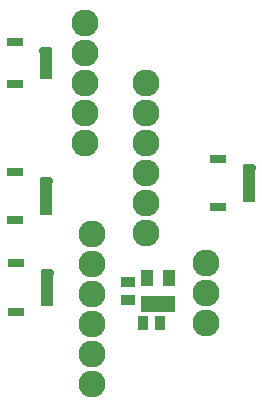
<source format=gbr>
G04 #@! TF.GenerationSoftware,KiCad,Pcbnew,(5.1.6)-1*
G04 #@! TF.CreationDate,2020-08-30T21:35:49+02:00*
G04 #@! TF.ProjectId,Freude_BreakoutBoard,46726575-6465-45f4-9272-65616b6f7574,rev?*
G04 #@! TF.SameCoordinates,Original*
G04 #@! TF.FileFunction,Soldermask,Top*
G04 #@! TF.FilePolarity,Negative*
%FSLAX46Y46*%
G04 Gerber Fmt 4.6, Leading zero omitted, Abs format (unit mm)*
G04 Created by KiCad (PCBNEW (5.1.6)-1) date 2020-08-30 21:35:49*
%MOMM*%
%LPD*%
G01*
G04 APERTURE LIST*
%ADD10R,1.100000X0.700000*%
%ADD11R,1.400000X0.700000*%
%ADD12R,0.900000X1.300000*%
%ADD13R,1.300000X0.900000*%
%ADD14C,2.279600*%
%ADD15R,1.050000X1.460000*%
G04 APERTURE END LIST*
G36*
G01*
X168395000Y-79030000D02*
X169145000Y-79030000D01*
G75*
G02*
X169320000Y-79205000I0J-175000D01*
G01*
X169320000Y-79555000D01*
G75*
G02*
X169145000Y-79730000I-175000J0D01*
G01*
X168395000Y-79730000D01*
G75*
G02*
X168220000Y-79555000I0J175000D01*
G01*
X168220000Y-79205000D01*
G75*
G02*
X168395000Y-79030000I175000J0D01*
G01*
G37*
D10*
X168770000Y-79880000D03*
X168770000Y-80380000D03*
X168770000Y-80880000D03*
D11*
X166120000Y-78590000D03*
X166120000Y-82670000D03*
D10*
X168770000Y-81380000D03*
X168770000Y-81880000D03*
G36*
G01*
X151195000Y-80130000D02*
X151945000Y-80130000D01*
G75*
G02*
X152120000Y-80305000I0J-175000D01*
G01*
X152120000Y-80655000D01*
G75*
G02*
X151945000Y-80830000I-175000J0D01*
G01*
X151195000Y-80830000D01*
G75*
G02*
X151020000Y-80655000I0J175000D01*
G01*
X151020000Y-80305000D01*
G75*
G02*
X151195000Y-80130000I175000J0D01*
G01*
G37*
X151570000Y-80980000D03*
X151570000Y-81480000D03*
X151570000Y-81980000D03*
D11*
X148920000Y-79690000D03*
X148920000Y-83770000D03*
D10*
X151570000Y-82480000D03*
X151570000Y-82980000D03*
D11*
X148895000Y-72245000D03*
X148895000Y-68665000D03*
D10*
X151545000Y-71455000D03*
X151545000Y-70955000D03*
X151545000Y-70455000D03*
X151545000Y-69955000D03*
G36*
G01*
X151170000Y-69105000D02*
X151920000Y-69105000D01*
G75*
G02*
X152095000Y-69280000I0J-175000D01*
G01*
X152095000Y-69630000D01*
G75*
G02*
X151920000Y-69805000I-175000J0D01*
G01*
X151170000Y-69805000D01*
G75*
G02*
X150995000Y-69630000I0J175000D01*
G01*
X150995000Y-69280000D01*
G75*
G02*
X151170000Y-69105000I175000J0D01*
G01*
G37*
D12*
X159745000Y-92530000D03*
X161245000Y-92530000D03*
D13*
X158520000Y-90555000D03*
X158520000Y-89055000D03*
D14*
X165095000Y-87380000D03*
X165095000Y-89920000D03*
X165095000Y-92460000D03*
X159995000Y-72130000D03*
X159995000Y-74670000D03*
X159995000Y-77210000D03*
X159995000Y-79750000D03*
X159995000Y-82290000D03*
X159995000Y-84830000D03*
X154895000Y-67055000D03*
X154895000Y-69595000D03*
X154895000Y-72135000D03*
X154895000Y-74675000D03*
X154895000Y-77215000D03*
D15*
X160070000Y-90905000D03*
X161020000Y-90905000D03*
X161970000Y-90905000D03*
X161970000Y-88705000D03*
X160070000Y-88705000D03*
D10*
X151650000Y-90730000D03*
X151650000Y-90230000D03*
D11*
X149000000Y-91520000D03*
X149000000Y-87440000D03*
D10*
X151650000Y-89730000D03*
X151650000Y-89230000D03*
X151650000Y-88730000D03*
G36*
G01*
X151275000Y-87880000D02*
X152025000Y-87880000D01*
G75*
G02*
X152200000Y-88055000I0J-175000D01*
G01*
X152200000Y-88405000D01*
G75*
G02*
X152025000Y-88580000I-175000J0D01*
G01*
X151275000Y-88580000D01*
G75*
G02*
X151100000Y-88405000I0J175000D01*
G01*
X151100000Y-88055000D01*
G75*
G02*
X151275000Y-87880000I175000J0D01*
G01*
G37*
D14*
X155440000Y-84940000D03*
X155440000Y-87480000D03*
X155440000Y-90020000D03*
X155440000Y-92560000D03*
X155440000Y-95100000D03*
X155440000Y-97640000D03*
M02*

</source>
